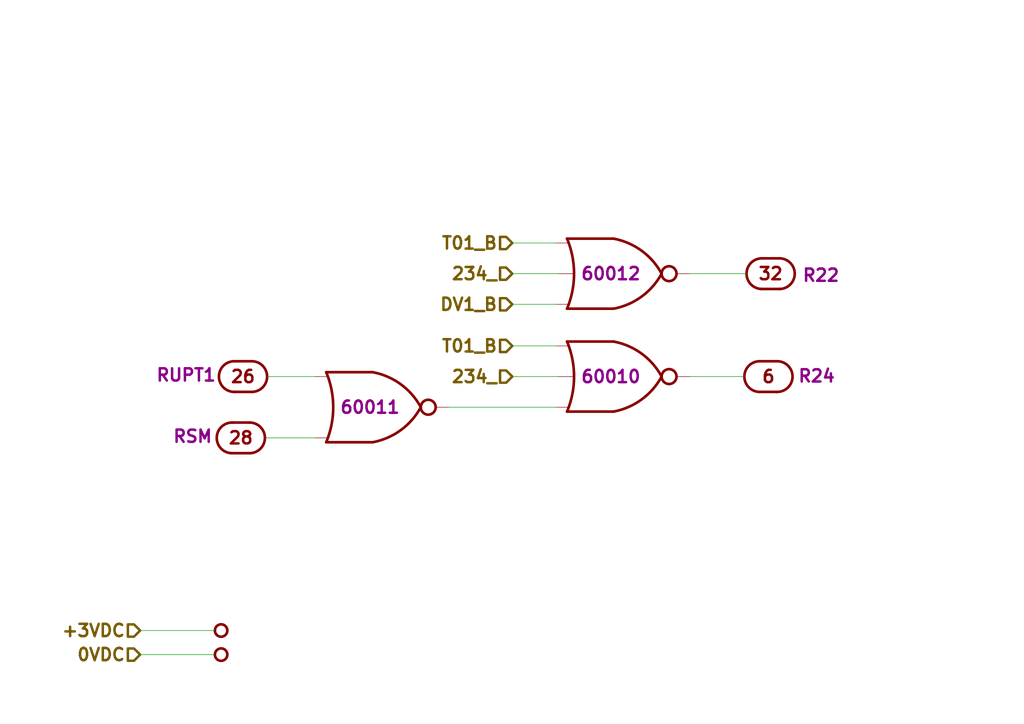
<source format=kicad_sch>
(kicad_sch (version 20211123) (generator eeschema)
  (paper "A4")
  (title_block (title "BLOCK I LOGIC FLOW S, MODULE A21, DRAWING 1006556") (date "2018-11-25") (rev "Draft") (comment 1 "Modules A21"))
  (wire (pts (xy 200.025 79.375) (xy 216.535 79.375)))
  (wire (pts (xy 148.59 79.375) (xy 161.925 79.375)))
  (wire (pts (xy 200.025 109.22) (xy 215.9 109.22)))
  (wire (pts (xy 148.59 109.22) (xy 161.925 109.22)))
  (wire (pts (xy 130.175 118.11) (xy 161.29 118.11)))
  (wire (pts (xy 40.64 189.865) (xy 62.23 189.865)))
  (wire (pts (xy 148.59 100.33) (xy 161.29 100.33)))
  (wire (pts (xy 91.44 109.22) (xy 77.47 109.22)))
  (wire (pts (xy 161.29 88.265) (xy 148.59 88.265)))
  (wire (pts (xy 148.59 70.485) (xy 161.29 70.485)))
  (wire (pts (xy 91.44 127) (xy 76.835 127)))
  (wire (pts (xy 40.64 182.88) (xy 62.23 182.88)))
  (hierarchical_label "T01_B" (shape input) (at 148.59 100.33 180) (effects (font (size 3.556 3.556) (thickness 0.7112) bold)))
  (hierarchical_label "T01_B" (shape input) (at 148.59 70.485 180) (effects (font (size 3.556 3.556) (thickness 0.7112) bold)))
  (hierarchical_label "234_" (shape input) (at 148.59 79.375 180) (effects (font (size 3.556 3.556) (thickness 0.7112) bold)))
  (hierarchical_label "+3VDC" (shape input) (at 40.64 182.88 180) (effects (font (size 3.556 3.556) (thickness 0.7112) bold)))
  (hierarchical_label "0VDC" (shape input) (at 40.64 189.865 180) (effects (font (size 3.556 3.556) (thickness 0.7112) bold)))
  (hierarchical_label "DV1_B" (shape input) (at 148.59 88.265 180) (effects (font (size 3.556 3.556) (thickness 0.7112) bold)))
  (hierarchical_label "234_" (shape input) (at 148.59 109.22 180) (effects (font (size 3.556 3.556) (thickness 0.7112) bold)))
  (symbol (lib_id "D3NOR-+3VDC-0VDC-nd1021041:D3NOR-+3VDC-0VDC-nd1021041-135-___") (at 177.165 109.22 0) (unit 1)
    (property "Reference" "U2003" (effects hide))
    (property "Value" "D3NOR-+3VDC-0VDC-nd1021041-135-___" (effects hide))
    (property "Location" "60010" (at 177.165 109.22 0) (effects (font (size 3.556 3.556) bold)))
  )
  (symbol (lib_id "AGC_DSKY:ConnectorGeneric") (at 222.885 109.22 180) (unit 6)
    (property "Reference" "J1" (effects hide))
    (property "Value" "ConnectorGeneric" (effects hide))
    (property "Caption" "R24" (at 236.855 106.68 0) (effects (font (size 3.556 3.556) bold) (justify bottom)))
  )
  (symbol (lib_id "D3NOR-+3VDC-0VDC-nd1021041:D3NOR-+3VDC-0VDC-nd1021041-1_5-___") (at 107.315 118.11 0) (unit 1)
    (property "Reference" "U2001" (effects hide))
    (property "Value" "D3NOR-+3VDC-0VDC-nd1021041-1_5-___" (effects hide))
    (property "Location" "60011" (at 107.315 118.11 0) (effects (font (size 3.556 3.556) bold)))
  )
  (symbol (lib_id "AGC_DSKY:ConnectorGeneric") (at 70.485 109.22 0) (unit 26)
    (property "Reference" "J1" (effects hide))
    (property "Value" "ConnectorGeneric" (effects hide))
    (property "Caption" "RUPT1" (at 53.975 111.125 0) (effects (font (size 3.556 3.556) bold) (justify bottom)))
  )
  (symbol (lib_id "D3NOR-+3VDC-0VDC-nd1021041:D3NOR-+3VDC-0VDC-nd1021041-135-___") (at 177.165 79.375 0) (unit 1)
    (property "Reference" "U2002" (effects hide))
    (property "Value" "D3NOR-+3VDC-0VDC-nd1021041-135-___" (effects hide))
    (property "Location" "60012" (at 177.165 79.375 0) (effects (font (size 3.556 3.556) bold)))
  )
  (symbol (lib_id "AGC_DSKY:ConnectorGeneric") (at 223.52 79.375 180) (unit 32)
    (property "Reference" "J1" (effects hide))
    (property "Value" "ConnectorGeneric" (effects hide))
    (property "Caption" "R22" (at 238.125 77.47 0) (effects (font (size 3.556 3.556) bold) (justify bottom)))
  )
  (symbol (lib_id "AGC_DSKY:ConnectorGeneric") (at 69.85 127 0) (unit 28)
    (property "Reference" "J1" (effects hide))
    (property "Value" "ConnectorGeneric" (effects hide))
    (property "Caption" "RSM" (at 55.88 128.905 0) (effects (font (size 3.556 3.556) bold) (justify bottom)))
  )
  (symbol (lib_id "AGC_DSKY:Node2") (at 64.135 182.88 180)
    (property "Reference" "N1901" (effects hide))
    (property "Value" "Node2" (effects hide))
    (property "Caption" "+3VDC" (effects hide))
  )
  (symbol (lib_id "AGC_DSKY:Node2") (at 64.135 189.865 180)
    (property "Reference" "N1902" (effects hide))
    (property "Value" "Node2" (effects hide))
    (property "Caption" "0VDC" (effects hide))
  )
)
</source>
